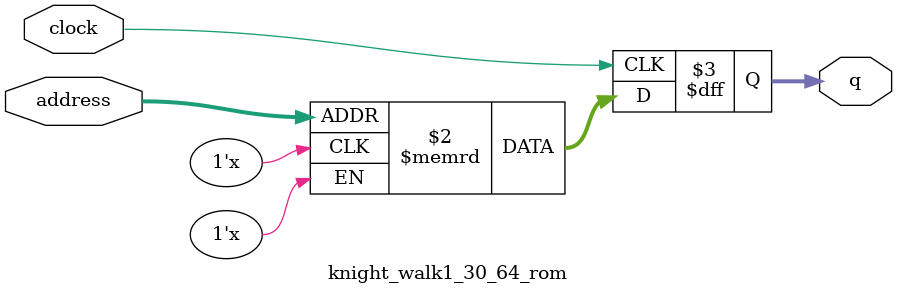
<source format=sv>
module knight_walk1_30_64_rom (
	input logic clock,
	input logic [10:0] address,
	output logic [2:0] q
);

logic [2:0] memory [0:1919] /* synthesis ram_init_file = "./knight_walk1_30_64/knight_walk1_30_64.mif" */;

always_ff @ (posedge clock) begin
	q <= memory[address];
end

endmodule

</source>
